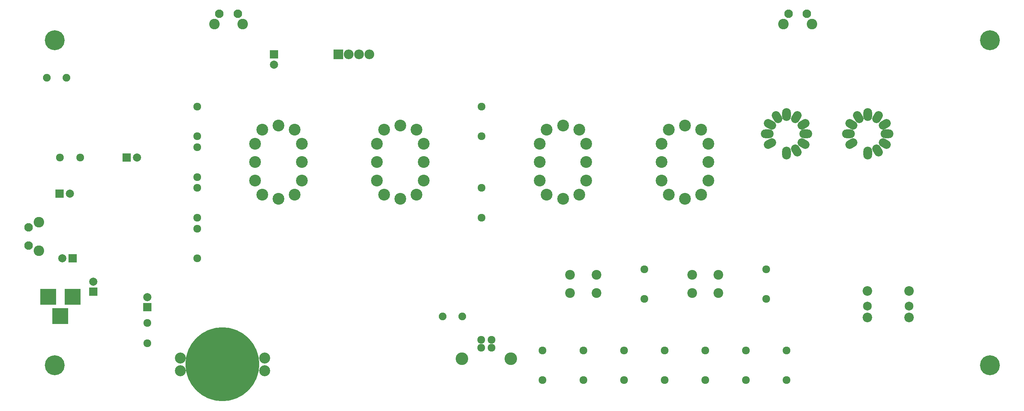
<source format=gts>
G04 #@! TF.FileFunction,Soldermask,Top*
%FSLAX46Y46*%
G04 Gerber Fmt 4.6, Leading zero omitted, Abs format (unit mm)*
G04 Created by KiCad (PCBNEW 4.0.5) date 04/18/17 00:46:31*
%MOMM*%
%LPD*%
G01*
G04 APERTURE LIST*
%ADD10C,0.100000*%
%ADD11C,1.900000*%
%ADD12C,2.700000*%
%ADD13C,18.200000*%
%ADD14C,2.900000*%
%ADD15C,2.362000*%
%ADD16C,2.162000*%
%ADD17C,2.600000*%
%ADD18C,2.100000*%
%ADD19C,2.400000*%
%ADD20C,1.924000*%
%ADD21R,3.900000X3.900000*%
%ADD22C,1.920000*%
%ADD23C,3.100000*%
%ADD24R,2.000000X2.000000*%
%ADD25C,2.000000*%
%ADD26O,2.150000X3.150000*%
%ADD27C,2.150000*%
%ADD28O,3.150000X2.150000*%
%ADD29O,2.398980X2.398980*%
%ADD30R,2.398980X2.398980*%
%ADD31C,4.900000*%
G04 APERTURE END LIST*
D10*
X215944500Y-53500000D02*
G75*
G03X215944500Y-53500000I-444500J0D01*
G01*
X220444500Y-53500000D02*
G75*
G03X220444500Y-53500000I-444500J0D01*
G01*
X221885000Y-56000000D02*
G75*
G03X221885000Y-56000000I-635000J0D01*
G01*
X214885000Y-56000000D02*
G75*
G03X214885000Y-56000000I-635000J0D01*
G01*
X75944500Y-53500000D02*
G75*
G03X75944500Y-53500000I-444500J0D01*
G01*
X80444500Y-53500000D02*
G75*
G03X80444500Y-53500000I-444500J0D01*
G01*
X81885000Y-56000000D02*
G75*
G03X81885000Y-56000000I-635000J0D01*
G01*
X74885000Y-56000000D02*
G75*
G03X74885000Y-56000000I-635000J0D01*
G01*
X29019500Y-110545000D02*
G75*
G03X29019500Y-110545000I-444500J0D01*
G01*
X29019500Y-106045000D02*
G75*
G03X29019500Y-106045000I-444500J0D01*
G01*
X31710000Y-104795000D02*
G75*
G03X31710000Y-104795000I-635000J0D01*
G01*
X31710000Y-111795000D02*
G75*
G03X31710000Y-111795000I-635000J0D01*
G01*
D11*
X33020000Y-69215000D03*
X37900000Y-69215000D03*
D12*
X65850800Y-138250800D03*
X65850800Y-141350800D03*
X86650800Y-138250800D03*
X86650800Y-141350800D03*
D13*
X76250800Y-139750800D03*
D14*
X164000000Y-82000000D03*
X165750000Y-85500000D03*
X165750000Y-90000000D03*
X165750000Y-94500000D03*
X164000000Y-98000000D03*
X160000000Y-99000000D03*
X156000000Y-98000000D03*
X154250000Y-94500000D03*
X154250000Y-90000000D03*
X154250000Y-85500000D03*
X156000000Y-82000000D03*
X160000000Y-81000000D03*
X124000000Y-82000000D03*
X125750000Y-85500000D03*
X125750000Y-90000000D03*
X125750000Y-94500000D03*
X124000000Y-98000000D03*
X120000000Y-99000000D03*
X116000000Y-98000000D03*
X114250000Y-94500000D03*
X114250000Y-90000000D03*
X114250000Y-85500000D03*
X116000000Y-82000000D03*
X120000000Y-81000000D03*
X94000000Y-82000000D03*
X95750000Y-85500000D03*
X95750000Y-90000000D03*
X95750000Y-94500000D03*
X94000000Y-98000000D03*
X90000000Y-99000000D03*
X86000000Y-98000000D03*
X84250000Y-94500000D03*
X84250000Y-90000000D03*
X84250000Y-85500000D03*
X86000000Y-82000000D03*
X90000000Y-81000000D03*
D15*
X234850000Y-121750000D03*
D16*
X234850000Y-125450000D03*
D15*
X234850000Y-128250000D03*
X245150000Y-128250000D03*
D16*
X245150000Y-125450000D03*
D15*
X245150000Y-121750000D03*
D17*
X221250000Y-56000000D03*
X214250000Y-56000000D03*
D18*
X220000000Y-53500000D03*
X215500000Y-53500000D03*
D17*
X81250000Y-56000000D03*
X74250000Y-56000000D03*
D18*
X80000000Y-53500000D03*
X75500000Y-53500000D03*
D19*
X161750000Y-122250000D03*
X161750000Y-117750000D03*
X168250000Y-122250000D03*
X168250000Y-117750000D03*
X191750000Y-122250000D03*
X191750000Y-117750000D03*
X198250000Y-122250000D03*
X198250000Y-117750000D03*
D17*
X31075000Y-104795000D03*
X31075000Y-111795000D03*
D18*
X28575000Y-106045000D03*
X28575000Y-110545000D03*
D20*
X140000000Y-96350000D03*
X140000000Y-103650000D03*
X140000000Y-76350000D03*
X140000000Y-83650000D03*
X210000000Y-116350000D03*
X210000000Y-123650000D03*
X180000000Y-116350000D03*
X180000000Y-123650000D03*
X70000000Y-106350000D03*
X70000000Y-113650000D03*
X70000000Y-96350000D03*
X70000000Y-103650000D03*
X70000000Y-86350000D03*
X70000000Y-93650000D03*
X70000000Y-76350000D03*
X70000000Y-83650000D03*
X215000000Y-136350000D03*
X215000000Y-143650000D03*
X205000000Y-136350000D03*
X205000000Y-143650000D03*
X195000000Y-136350000D03*
X195000000Y-143650000D03*
X185000000Y-136350000D03*
X185000000Y-143650000D03*
X175000000Y-136350000D03*
X175000000Y-143650000D03*
X165000000Y-136350000D03*
X165000000Y-143650000D03*
X155000000Y-136350000D03*
X155000000Y-143650000D03*
D21*
X39370000Y-123190000D03*
X33370000Y-123190000D03*
X36370000Y-127890000D03*
D22*
X139903200Y-133705600D03*
X142443200Y-133705600D03*
X142443200Y-135705600D03*
X139903200Y-135705600D03*
D23*
X135173200Y-138405600D03*
X147173200Y-138405600D03*
D24*
X57785000Y-125730000D03*
D25*
X57785000Y-123230000D03*
D24*
X44450000Y-121920000D03*
D25*
X44450000Y-119420000D03*
D24*
X39370000Y-113665000D03*
D25*
X36870000Y-113665000D03*
D24*
X36195000Y-97790000D03*
D25*
X38695000Y-97790000D03*
D24*
X52705000Y-88900000D03*
D25*
X55205000Y-88900000D03*
D11*
X135255000Y-128016000D03*
X130375000Y-128016000D03*
D26*
X235000000Y-87750000D03*
D27*
X237125000Y-86680587D02*
X237625000Y-87546613D01*
X238680587Y-85125000D02*
X239546613Y-85625000D01*
D28*
X239750000Y-83000000D03*
D27*
X238680587Y-80875000D02*
X239546613Y-80375000D01*
X237125000Y-79319413D02*
X237625000Y-78453387D01*
D26*
X235000000Y-78250000D03*
D27*
X232875000Y-79319413D02*
X232375000Y-78453387D01*
X231319413Y-80875000D02*
X230453387Y-80375000D01*
D28*
X230250000Y-83000000D03*
D27*
X231319413Y-85125000D02*
X230453387Y-85625000D01*
D26*
X215000000Y-87750000D03*
D27*
X217125000Y-86680587D02*
X217625000Y-87546613D01*
X218680587Y-85125000D02*
X219546613Y-85625000D01*
D28*
X219750000Y-83000000D03*
D27*
X218680587Y-80875000D02*
X219546613Y-80375000D01*
X217125000Y-79319413D02*
X217625000Y-78453387D01*
D26*
X215000000Y-78250000D03*
D27*
X212875000Y-79319413D02*
X212375000Y-78453387D01*
X211319413Y-80875000D02*
X210453387Y-80375000D01*
D28*
X210250000Y-83000000D03*
D27*
X211319413Y-85125000D02*
X210453387Y-85625000D01*
D14*
X194000000Y-82000000D03*
X195750000Y-85500000D03*
X195750000Y-90000000D03*
X195750000Y-94500000D03*
X194000000Y-98000000D03*
X190000000Y-99000000D03*
X186000000Y-98000000D03*
X184250000Y-94500000D03*
X184250000Y-90000000D03*
X184250000Y-85500000D03*
X186000000Y-82000000D03*
X190000000Y-81000000D03*
D24*
X88900000Y-63500000D03*
D25*
X88900000Y-66000000D03*
D29*
X112395000Y-63500000D03*
D30*
X104775000Y-63500000D03*
D29*
X107315000Y-63500000D03*
X109855000Y-63500000D03*
D20*
X57785000Y-134580000D03*
X57785000Y-129580000D03*
X41235000Y-88900000D03*
X36235000Y-88900000D03*
D31*
X265000000Y-60000000D03*
X35000000Y-60000000D03*
X35000000Y-140000000D03*
X265000000Y-140000000D03*
M02*

</source>
